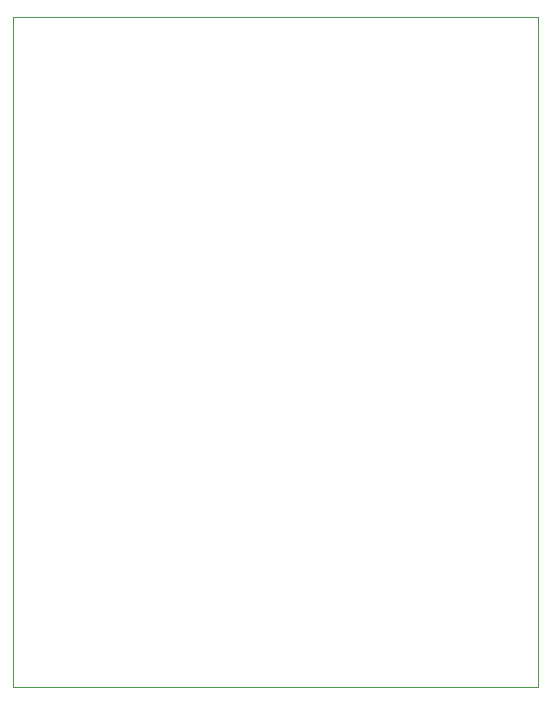
<source format=gm1>
%TF.GenerationSoftware,KiCad,Pcbnew,(5.1.8)-1*%
%TF.CreationDate,2021-02-13T13:18:40-08:00*%
%TF.ProjectId,20210213_Projects_PassiveBalanceBoard,32303231-3032-4313-935f-50726f6a6563,A0*%
%TF.SameCoordinates,PX5b5cac0PY99e0170*%
%TF.FileFunction,Profile,NP*%
%FSLAX46Y46*%
G04 Gerber Fmt 4.6, Leading zero omitted, Abs format (unit mm)*
G04 Created by KiCad (PCBNEW (5.1.8)-1) date 2021-02-13 13:18:40*
%MOMM*%
%LPD*%
G01*
G04 APERTURE LIST*
%TA.AperFunction,Profile*%
%ADD10C,0.050000*%
%TD*%
G04 APERTURE END LIST*
D10*
X0Y0D02*
X44450000Y0D01*
X0Y56750000D02*
X0Y0D01*
X44450000Y56750000D02*
X0Y56750000D01*
X44450000Y0D02*
X44450000Y56750000D01*
M02*

</source>
